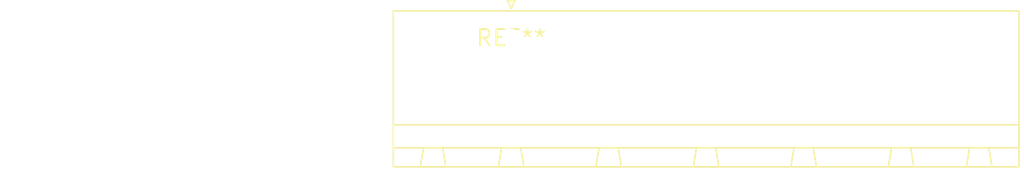
<source format=kicad_pcb>
(kicad_pcb (version 20240108) (generator pcbnew)
  (layers (0 "F.Cu" signal) (31 "B.Cu" signal) (34 "B.Paste" user) (35 "F.Paste" user) (36 "B.SilkS" user "B.Silkscreen") (37 "F.SilkS" user "F.Silkscreen") (38 "B.Mask" user) (39 "F.Mask" user) (44 "Edge.Cuts" user))
  (net 0 "")
  (footprint "PhoenixContact_GMSTB_2,5_5-GF-7,62_1x05_P7.62mm_Horizontal_ThreadedFlange" (layer "F.Cu") (at 0 0)
    (property "Reference" "REF**")
    (property "Value" "PhoenixContact_GMSTB_2,5_5-GF-7,62_1x05_P7.62mm_Horizontal_ThreadedFlange")
    (fp_line (start -9.21 -2.11) (end -9.21 10.11) (layer "F.SilkS") (stroke (width 0.12)))
    (fp_line (start -9.21 6.81) (end 39.69 6.81) (layer "F.SilkS") (stroke (width 0.12)))
    (fp_line (start -9.21 8.61) (end -9.21 6.81) (layer "F.SilkS") (stroke (width 0.12)))
    (fp_line (start -9.21 10.11) (end 39.69 10.11) (layer "F.SilkS") (stroke (width 0.12)))
    (fp_line (start -7.1 10.11) (end -5.1 10.11) (layer "F.SilkS") (stroke (width 0.12)))
    (fp_line (start -6.85 8.61) (end -7.1 10.11) (layer "F.SilkS") (stroke (width 0.12)))
    (fp_line (start -5.35 8.61) (end -6.85 8.61) (layer "F.SilkS") (stroke (width 0.12)))
    (fp_line (start -5.1 10.11) (end -5.35 8.61) (layer "F.SilkS") (stroke (width 0.12)))
    (fp_line (start -1 10.11) (end 1 10.11) (layer "F.SilkS") (stroke (width 0.12)))
    (fp_line (start -0.75 8.61) (end -1 10.11) (layer "F.SilkS") (stroke (width 0.12)))
    (fp_line (start -0.3 -2.91) (end 0.3 -2.91) (layer "F.SilkS") (stroke (width 0.12)))
    (fp_line (start 0 -2.31) (end -0.3 -2.91) (layer "F.SilkS") (stroke (width 0.12)))
    (fp_line (start 0.3 -2.91) (end 0 -2.31) (layer "F.SilkS") (stroke (width 0.12)))
    (fp_line (start 0.75 8.61) (end -0.75 8.61) (layer "F.SilkS") (stroke (width 0.12)))
    (fp_line (start 1 10.11) (end 0.75 8.61) (layer "F.SilkS") (stroke (width 0.12)))
    (fp_line (start 6.62 10.11) (end 8.62 10.11) (layer "F.SilkS") (stroke (width 0.12)))
    (fp_line (start 6.87 8.61) (end 6.62 10.11) (layer "F.SilkS") (stroke (width 0.12)))
    (fp_line (start 8.37 8.61) (end 6.87 8.61) (layer "F.SilkS") (stroke (width 0.12)))
    (fp_line (start 8.62 10.11) (end 8.37 8.61) (layer "F.SilkS") (stroke (width 0.12)))
    (fp_line (start 14.24 10.11) (end 16.24 10.11) (layer "F.SilkS") (stroke (width 0.12)))
    (fp_line (start 14.49 8.61) (end 14.24 10.11) (layer "F.SilkS") (stroke (width 0.12)))
    (fp_line (start 15.99 8.61) (end 14.49 8.61) (layer "F.SilkS") (stroke (width 0.12)))
    (fp_line (start 16.24 10.11) (end 15.99 8.61) (layer "F.SilkS") (stroke (width 0.12)))
    (fp_line (start 21.86 10.11) (end 23.86 10.11) (layer "F.SilkS") (stroke (width 0.12)))
    (fp_line (start 22.11 8.61) (end 21.86 10.11) (layer "F.SilkS") (stroke (width 0.12)))
    (fp_line (start 23.61 8.61) (end 22.11 8.61) (layer "F.SilkS") (stroke (width 0.12)))
    (fp_line (start 23.86 10.11) (end 23.61 8.61) (layer "F.SilkS") (stroke (width 0.12)))
    (fp_line (start 29.48 10.11) (end 31.48 10.11) (layer "F.SilkS") (stroke (width 0.12)))
    (fp_line (start 29.73 8.61) (end 29.48 10.11) (layer "F.SilkS") (stroke (width 0.12)))
    (fp_line (start 31.23 8.61) (end 29.73 8.61) (layer "F.SilkS") (stroke (width 0.12)))
    (fp_line (start 31.48 10.11) (end 31.23 8.61) (layer "F.SilkS") (stroke (width 0.12)))
    (fp_line (start 35.58 10.11) (end 37.58 10.11) (layer "F.SilkS") (stroke (width 0.12)))
    (fp_line (start 35.83 8.61) (end 35.58 10.11) (layer "F.SilkS") (stroke (width 0.12)))
    (fp_line (start 37.33 8.61) (end 35.83 8.61) (layer "F.SilkS") (stroke (width 0.12)))
    (fp_line (start 37.58 10.11) (end 37.33 8.61) (layer "F.SilkS") (stroke (width 0.12)))
    (fp_line (start 39.69 -2.11) (end -9.21 -2.11) (layer "F.SilkS") (stroke (width 0.12)))
    (fp_line (start 39.69 6.81) (end 39.69 8.61) (layer "F.SilkS") (stroke (width 0.12)))
    (fp_line (start 39.69 8.61) (end -9.21 8.61) (layer "F.SilkS") (stroke (width 0.12)))
    (fp_line (start 39.69 10.11) (end 39.69 -2.11) (layer "F.SilkS") (stroke (width 0.12)))
    (pad "1" thru_hole roundrect (at 0 0) (size 2.1 3.6) (drill 1.4) (layers *.Cu *.Mask) (remove_unused_layers) (roundrect_rratio 0.119048))
    (pad "2" thru_hole oval (at 7.62 0) (size 2.1 3.6) (drill 1.4) (layers *.Cu *.Mask) (remove_unused_layers))
    (pad "3" thru_hole oval (at 15.24 0) (size 2.1 3.6) (drill 1.4) (layers *.Cu *.Mask) (remove_unused_layers))
    (pad "4" thru_hole oval (at 22.86 0) (size 2.1 3.6) (drill 1.4) (layers *.Cu *.Mask) (remove_unused_layers))
    (pad "5" thru_hole oval (at 30.48 0) (size 2.1 3.6) (drill 1.4) (layers *.Cu *.Mask) (remove_unused_layers))
  )
)
</source>
